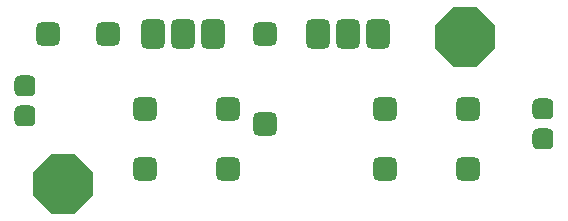
<source format=gtl>
G04 Layer_Physical_Order=1*
G04 Layer_Color=255*
%FSLAX25Y25*%
%MOIN*%
G70*
G01*
G75*
G04:AMPARAMS|DCode=10|XSize=80mil|YSize=100mil|CornerRadius=20mil|HoleSize=0mil|Usage=FLASHONLY|Rotation=0.000|XOffset=0mil|YOffset=0mil|HoleType=Round|Shape=RoundedRectangle|*
%AMROUNDEDRECTD10*
21,1,0.08000,0.06000,0,0,0.0*
21,1,0.04000,0.10000,0,0,0.0*
1,1,0.04000,0.02000,-0.03000*
1,1,0.04000,-0.02000,-0.03000*
1,1,0.04000,-0.02000,0.03000*
1,1,0.04000,0.02000,0.03000*
%
%ADD10ROUNDEDRECTD10*%
G04:AMPARAMS|DCode=11|XSize=80mil|YSize=80mil|CornerRadius=20mil|HoleSize=0mil|Usage=FLASHONLY|Rotation=270.000|XOffset=0mil|YOffset=0mil|HoleType=Round|Shape=RoundedRectangle|*
%AMROUNDEDRECTD11*
21,1,0.08000,0.04000,0,0,270.0*
21,1,0.04000,0.08000,0,0,270.0*
1,1,0.04000,-0.02000,-0.02000*
1,1,0.04000,-0.02000,0.02000*
1,1,0.04000,0.02000,0.02000*
1,1,0.04000,0.02000,-0.02000*
%
%ADD11ROUNDEDRECTD11*%
G04:AMPARAMS|DCode=12|XSize=70mil|YSize=70mil|CornerRadius=17.5mil|HoleSize=0mil|Usage=FLASHONLY|Rotation=90.000|XOffset=0mil|YOffset=0mil|HoleType=Round|Shape=RoundedRectangle|*
%AMROUNDEDRECTD12*
21,1,0.07000,0.03500,0,0,90.0*
21,1,0.03500,0.07000,0,0,90.0*
1,1,0.03500,0.01750,0.01750*
1,1,0.03500,0.01750,-0.01750*
1,1,0.03500,-0.01750,-0.01750*
1,1,0.03500,-0.01750,0.01750*
%
%ADD12ROUNDEDRECTD12*%
G04:AMPARAMS|DCode=13|XSize=80mil|YSize=80mil|CornerRadius=20mil|HoleSize=0mil|Usage=FLASHONLY|Rotation=180.000|XOffset=0mil|YOffset=0mil|HoleType=Round|Shape=RoundedRectangle|*
%AMROUNDEDRECTD13*
21,1,0.08000,0.04000,0,0,180.0*
21,1,0.04000,0.08000,0,0,180.0*
1,1,0.04000,-0.02000,0.02000*
1,1,0.04000,0.02000,0.02000*
1,1,0.04000,0.02000,-0.02000*
1,1,0.04000,-0.02000,-0.02000*
%
%ADD13ROUNDEDRECTD13*%
%ADD14P,0.21307X8X22.5*%
D10*
X132500Y60000D02*
D03*
X122500D02*
D03*
X112500D02*
D03*
X77500D02*
D03*
X67500D02*
D03*
X57500D02*
D03*
D11*
X135000Y15000D02*
D03*
Y35000D02*
D03*
X162500D02*
D03*
Y15000D02*
D03*
X55000Y35000D02*
D03*
Y15000D02*
D03*
X82500D02*
D03*
Y35000D02*
D03*
X95000Y60000D02*
D03*
Y30000D02*
D03*
D12*
X187500Y25000D02*
D03*
Y35000D02*
D03*
X15000Y42500D02*
D03*
Y32500D02*
D03*
D13*
X22500Y60000D02*
D03*
X42500D02*
D03*
D14*
X27500Y10000D02*
D03*
X161500Y59000D02*
D03*
M02*

</source>
